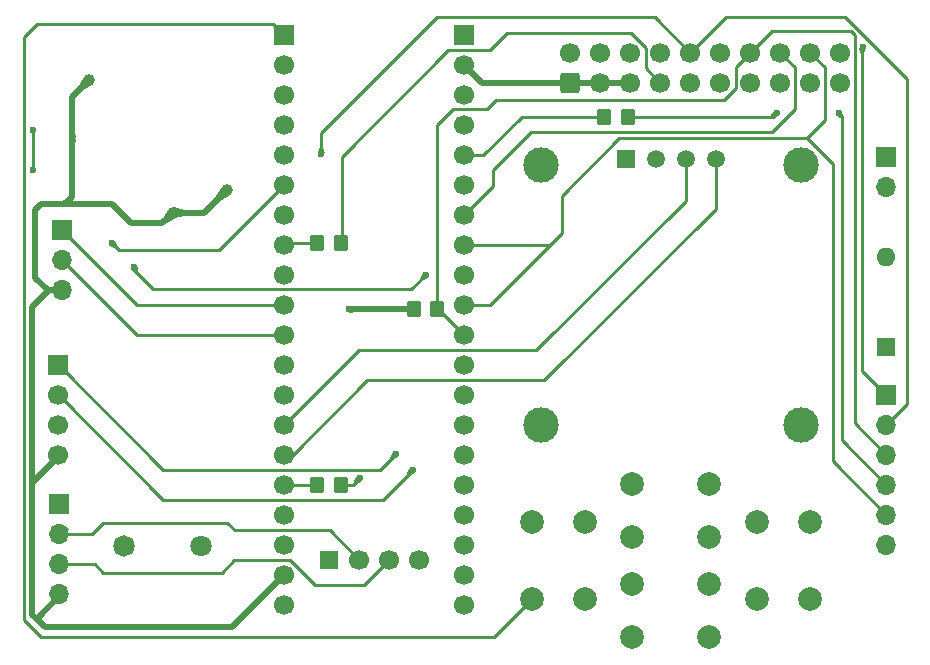
<source format=gbr>
%TF.GenerationSoftware,KiCad,Pcbnew,9.0.1*%
%TF.CreationDate,2025-06-11T14:36:35+02:00*%
%TF.ProjectId,sdiskII_stm32,73646973-6b49-4495-9f73-746d33322e6b,6*%
%TF.SameCoordinates,Original*%
%TF.FileFunction,Copper,L2,Bot*%
%TF.FilePolarity,Positive*%
%FSLAX46Y46*%
G04 Gerber Fmt 4.6, Leading zero omitted, Abs format (unit mm)*
G04 Created by KiCad (PCBNEW 9.0.1) date 2025-06-11 14:36:35*
%MOMM*%
%LPD*%
G01*
G04 APERTURE LIST*
G04 Aperture macros list*
%AMRoundRect*
0 Rectangle with rounded corners*
0 $1 Rounding radius*
0 $2 $3 $4 $5 $6 $7 $8 $9 X,Y pos of 4 corners*
0 Add a 4 corners polygon primitive as box body*
4,1,4,$2,$3,$4,$5,$6,$7,$8,$9,$2,$3,0*
0 Add four circle primitives for the rounded corners*
1,1,$1+$1,$2,$3*
1,1,$1+$1,$4,$5*
1,1,$1+$1,$6,$7*
1,1,$1+$1,$8,$9*
0 Add four rect primitives between the rounded corners*
20,1,$1+$1,$2,$3,$4,$5,0*
20,1,$1+$1,$4,$5,$6,$7,0*
20,1,$1+$1,$6,$7,$8,$9,0*
20,1,$1+$1,$8,$9,$2,$3,0*%
G04 Aperture macros list end*
%TA.AperFunction,ComponentPad*%
%ADD10RoundRect,0.250000X0.600000X-0.600000X0.600000X0.600000X-0.600000X0.600000X-0.600000X-0.600000X0*%
%TD*%
%TA.AperFunction,ComponentPad*%
%ADD11C,1.700000*%
%TD*%
%TA.AperFunction,ComponentPad*%
%ADD12R,1.600000X1.600000*%
%TD*%
%TA.AperFunction,ComponentPad*%
%ADD13O,1.600000X1.600000*%
%TD*%
%TA.AperFunction,ComponentPad*%
%ADD14R,1.700000X1.700000*%
%TD*%
%TA.AperFunction,ComponentPad*%
%ADD15O,1.700000X1.700000*%
%TD*%
%TA.AperFunction,ComponentPad*%
%ADD16C,2.000000*%
%TD*%
%TA.AperFunction,ComponentPad*%
%ADD17C,1.824000*%
%TD*%
%TA.AperFunction,ComponentPad*%
%ADD18C,1.800000*%
%TD*%
%TA.AperFunction,ComponentPad*%
%ADD19R,1.524000X1.524000*%
%TD*%
%TA.AperFunction,ComponentPad*%
%ADD20R,1.508000X1.508000*%
%TD*%
%TA.AperFunction,ComponentPad*%
%ADD21C,1.508000*%
%TD*%
%TA.AperFunction,ComponentPad*%
%ADD22C,3.000000*%
%TD*%
%TA.AperFunction,SMDPad,CuDef*%
%ADD23RoundRect,0.250000X0.350000X0.450000X-0.350000X0.450000X-0.350000X-0.450000X0.350000X-0.450000X0*%
%TD*%
%TA.AperFunction,ViaPad*%
%ADD24C,0.600000*%
%TD*%
%TA.AperFunction,ViaPad*%
%ADD25C,1.000000*%
%TD*%
%TA.AperFunction,Conductor*%
%ADD26C,0.500000*%
%TD*%
%TA.AperFunction,Conductor*%
%ADD27C,0.250000*%
%TD*%
G04 APERTURE END LIST*
D10*
%TO.P,J2,1,Pin_1*%
%TO.N,GND*%
X178290000Y-92490000D03*
D11*
%TO.P,J2,2,Pin_2*%
%TO.N,STEP0*%
X178290000Y-89950000D03*
%TO.P,J2,3,Pin_3*%
%TO.N,GND*%
X180830000Y-92490000D03*
%TO.P,J2,4,Pin_4*%
%TO.N,STEP1*%
X180830000Y-89950000D03*
%TO.P,J2,5,Pin_5*%
%TO.N,GND*%
X183370000Y-92490000D03*
%TO.P,J2,6,Pin_6*%
%TO.N,STEP2*%
X183370000Y-89950000D03*
%TO.P,J2,7,Pin_7*%
%TO.N,3.5DSK_D*%
X185910000Y-92490000D03*
%TO.P,J2,8,Pin_8*%
%TO.N,STEP3*%
X185910000Y-89950000D03*
%TO.P,J2,9,Pin_9*%
%TO.N,unconnected-(J2-Pin_9-Pad9)*%
X188450000Y-92490000D03*
%TO.P,J2,10,Pin_10*%
%TO.N,WR_REQ*%
X188450000Y-89950000D03*
%TO.P,J2,11,Pin_11*%
%TO.N,VCC*%
X190990000Y-92490000D03*
%TO.P,J2,12,Pin_12*%
%TO.N,SELECT_D*%
X190990000Y-89950000D03*
%TO.P,J2,13,Pin_13*%
%TO.N,unconnected-(J2-Pin_13-Pad13)*%
X193530000Y-92490000D03*
%TO.P,J2,14,Pin_14*%
%TO.N,DEVICE_ENABLE*%
X193530000Y-89950000D03*
%TO.P,J2,15,Pin_15*%
%TO.N,unconnected-(J2-Pin_15-Pad15)*%
X196070000Y-92490000D03*
%TO.P,J2,16,Pin_16*%
%TO.N,RD_DATA*%
X196070000Y-89950000D03*
%TO.P,J2,17,Pin_17*%
%TO.N,unconnected-(J2-Pin_17-Pad17)*%
X198610000Y-92490000D03*
%TO.P,J2,18,Pin_18*%
%TO.N,WR_DATA*%
X198610000Y-89950000D03*
%TO.P,J2,19,Pin_19*%
%TO.N,unconnected-(J2-Pin_19-Pad19)*%
X201150000Y-92490000D03*
%TO.P,J2,20,Pin_20*%
%TO.N,WR_PROTECT_D*%
X201150000Y-89950000D03*
%TD*%
D12*
%TO.P,D1,1,K*%
%TO.N,PWR_IN*%
X205000000Y-114840000D03*
D13*
%TO.P,D1,2,A*%
%TO.N,PWR_RD*%
X205000000Y-107220000D03*
%TD*%
D14*
%TO.P,J5,1,Pin_1*%
%TO.N,TIM2_CH3*%
X134880000Y-116370000D03*
D11*
%TO.P,J5,2,Pin_2*%
%TO.N,TIM3_CH4*%
X134880000Y-118910000D03*
%TO.P,J5,3,Pin_3*%
%TO.N,DEBUG*%
X134880000Y-121450000D03*
%TO.P,J5,4,Pin_4*%
%TO.N,GND*%
X134880000Y-123990000D03*
%TD*%
D14*
%TO.P,J3,1,Pin_1*%
%TO.N,RD_DATA*%
X205030000Y-118910000D03*
D15*
%TO.P,J3,2,Pin_2*%
%TO.N,WR_REQ*%
X205030000Y-121450000D03*
%TO.P,J3,3,Pin_3*%
%TO.N,DEVICE_ENABLE*%
X205030000Y-123990000D03*
%TO.P,J3,4,Pin_4*%
%TO.N,WR_PROTECT_D*%
X205030000Y-126530000D03*
%TO.P,J3,5,Pin_5*%
%TO.N,WR_DATA*%
X205030000Y-129070000D03*
%TO.P,J3,6,Pin_6*%
%TO.N,GND*%
X205030000Y-131610000D03*
%TD*%
D16*
%TO.P,UP1,1,1*%
%TO.N,+3.3V*%
X190040000Y-130950000D03*
X183540000Y-130950000D03*
%TO.P,UP1,2,2*%
%TO.N,BTN_UP*%
X190040000Y-126450000D03*
X183540000Y-126450000D03*
%TD*%
D17*
%TO.P,BZ1,1,+*%
%TO.N,TIM1_CH2N*%
X140500000Y-131750000D03*
D18*
%TO.P,BZ1,2,-*%
%TO.N,GND*%
X147000000Y-131750000D03*
%TD*%
D14*
%TO.P,J4,1,Pin_1*%
%TO.N,USART1_TX*%
X135240000Y-104975000D03*
D15*
%TO.P,J4,2,Pin_2*%
%TO.N,USART1_RX*%
X135240000Y-107515000D03*
%TO.P,J4,3,Pin_3*%
%TO.N,GND*%
X135240000Y-110055000D03*
%TD*%
D14*
%TO.P,\u03BCC1,1,B12*%
%TO.N,BTN_RET*%
X154050000Y-88440000D03*
D11*
%TO.P,\u03BCC1,2,B13*%
%TO.N,SD_EJECT*%
X154050000Y-90980000D03*
%TO.P,\u03BCC1,3,B14*%
%TO.N,TIM1_CH2N*%
X154050000Y-93520000D03*
%TO.P,\u03BCC1,4,B15*%
%TO.N,SDIO_CK*%
X154050000Y-96060000D03*
%TO.P,\u03BCC1,5,A8*%
%TO.N,SDIO_D1*%
X154050000Y-98600000D03*
%TO.P,\u03BCC1,6,A9*%
%TO.N,SDIO_D2*%
X154050000Y-101140000D03*
%TO.P,\u03BCC1,7,A10*%
%TO.N,DEBUG*%
X154050000Y-103680000D03*
%TO.P,\u03BCC1,8,A11*%
%TO.N,3.5DSK*%
X154050000Y-106220000D03*
%TO.P,\u03BCC1,9,A12*%
%TO.N,unconnected-(\u03BCC1-A12-Pad9)*%
X154050000Y-108760000D03*
%TO.P,\u03BCC1,10,A15*%
%TO.N,USART1_TX*%
X154050000Y-111300000D03*
%TO.P,\u03BCC1,11,B3*%
%TO.N,USART1_RX*%
X154050000Y-113840000D03*
%TO.P,\u03BCC1,12,B4*%
%TO.N,SDIO_DO*%
X154050000Y-116380000D03*
%TO.P,\u03BCC1,13,B5*%
%TO.N,SDIO_D3*%
X154050000Y-118920000D03*
%TO.P,\u03BCC1,14,B6*%
%TO.N,I2C_SCL*%
X154050000Y-121460000D03*
%TO.P,\u03BCC1,15,B7*%
%TO.N,I2C_SDA*%
X154050000Y-124000000D03*
%TO.P,\u03BCC1,16,B8*%
%TO.N,SELECT*%
X154050000Y-126540000D03*
%TO.P,\u03BCC1,17,B9*%
%TO.N,WR_REQ*%
X154050000Y-129080000D03*
%TO.P,\u03BCC1,18,5Vi*%
%TO.N,PWR_IN*%
X154050000Y-131620000D03*
%TO.P,\u03BCC1,19,GNDi*%
%TO.N,GND*%
X154050000Y-134160000D03*
%TO.P,\u03BCC1,20,3.3i*%
%TO.N,+3.3V*%
X154050000Y-136700000D03*
%TO.P,\u03BCC1,21,VB*%
%TO.N,unconnected-(\u03BCC1-VB-Pad21)*%
X169290000Y-136700000D03*
%TO.P,\u03BCC1,22,C13*%
%TO.N,BTN_DOWN*%
X169290000Y-134160000D03*
%TO.P,\u03BCC1,23,C14*%
%TO.N,BTN_UP*%
X169290000Y-131620000D03*
%TO.P,\u03BCC1,24,C15*%
%TO.N,BTN_ENTR*%
X169290000Y-129080000D03*
%TO.P,\u03BCC1,25,R*%
%TO.N,unconnected-(\u03BCC1-R-Pad25)*%
X169290000Y-126540000D03*
%TO.P,\u03BCC1,26,A0*%
%TO.N,STEP0*%
X169290000Y-124000000D03*
%TO.P,\u03BCC1,27,A1*%
%TO.N,STEP1*%
X169290000Y-121460000D03*
%TO.P,\u03BCC1,28,A2*%
%TO.N,STEP2*%
X169290000Y-118920000D03*
%TO.P,\u03BCC1,29,A3*%
%TO.N,STEP3*%
X169290000Y-116380000D03*
%TO.P,\u03BCC1,30,A4*%
%TO.N,DEVICE_ENABLE*%
X169290000Y-113840000D03*
%TO.P,\u03BCC1,31,A5*%
%TO.N,WR_DATA*%
X169290000Y-111300000D03*
%TO.P,\u03BCC1,32,A6*%
%TO.N,SDIO_CMD*%
X169290000Y-108760000D03*
%TO.P,\u03BCC1,33,A7*%
%TO.N,WR_DATA*%
X169290000Y-106220000D03*
%TO.P,\u03BCC1,34,B0*%
%TO.N,RD_DATA*%
X169290000Y-103680000D03*
%TO.P,\u03BCC1,35,B1*%
%TO.N,TIM3_CH4*%
X169290000Y-101140000D03*
%TO.P,\u03BCC1,36,B2*%
%TO.N,WR_PROTECT*%
X169290000Y-98600000D03*
%TO.P,\u03BCC1,37,B10*%
%TO.N,TIM2_CH3*%
X169290000Y-96060000D03*
%TO.P,\u03BCC1,38,3.3ii*%
%TO.N,unconnected-(\u03BCC1-3.3ii-Pad38)*%
X169290000Y-93520000D03*
%TO.P,\u03BCC1,39,GNDii*%
%TO.N,GND*%
X169290000Y-90980000D03*
D14*
%TO.P,\u03BCC1,40,5Vii*%
%TO.N,unconnected-(\u03BCC1-5Vii-Pad40)*%
X169290000Y-88440000D03*
D19*
%TO.P,\u03BCC1,41,3.3V*%
%TO.N,+3.3V*%
X157860000Y-132890000D03*
D11*
%TO.P,\u03BCC1,42,SDIO*%
%TO.N,SDIO*%
X160400000Y-132890000D03*
%TO.P,\u03BCC1,43,SCK*%
%TO.N,SCK*%
X162940000Y-132890000D03*
%TO.P,\u03BCC1,44,GND*%
%TO.N,GND*%
X165480000Y-132890000D03*
%TD*%
D14*
%TO.P,J1,1,Pin_1*%
%TO.N,VCC*%
X205000000Y-98810000D03*
D15*
%TO.P,J1,2,Pin_2*%
%TO.N,PWR_RD*%
X205000000Y-101350000D03*
%TD*%
D16*
%TO.P,ENTR1,1,1*%
%TO.N,+3.3V*%
X198540000Y-129700000D03*
X198540000Y-136200000D03*
%TO.P,ENTR1,2,2*%
%TO.N,BTN_ENTR*%
X194040000Y-129700000D03*
X194040000Y-136200000D03*
%TD*%
D14*
%TO.P,J6,1,Pin_1*%
%TO.N,+3.3V*%
X135000000Y-128180000D03*
D15*
%TO.P,J6,2,Pin_2*%
%TO.N,SDIO*%
X135000000Y-130720000D03*
%TO.P,J6,3,Pin_3*%
%TO.N,SCK*%
X135000000Y-133260000D03*
%TO.P,J6,4,Pin_4*%
%TO.N,GND*%
X135000000Y-135800000D03*
%TD*%
D20*
%TO.P,U8,1,GND*%
%TO.N,GND*%
X182980000Y-98950000D03*
D21*
%TO.P,U8,2,VCC_IN*%
%TO.N,+3.3V*%
X185520000Y-98950000D03*
%TO.P,U8,3,SCL*%
%TO.N,I2C_SCL*%
X188060000Y-98950000D03*
%TO.P,U8,4,SDA*%
%TO.N,I2C_SDA*%
X190600000Y-98950000D03*
D22*
%TO.P,U8,S1*%
%TO.N,N/C*%
X175790000Y-99450000D03*
%TO.P,U8,S2*%
X197790000Y-99450000D03*
%TO.P,U8,S3*%
X197790000Y-121450000D03*
%TO.P,U8,S4*%
X175790000Y-121450000D03*
%TD*%
D16*
%TO.P,RET1,1,1*%
%TO.N,+3.3V*%
X179540000Y-129700000D03*
X179540000Y-136200000D03*
%TO.P,RET1,2,2*%
%TO.N,BTN_RET*%
X175040000Y-129700000D03*
X175040000Y-136200000D03*
%TD*%
%TO.P,DOWN1,1,1*%
%TO.N,+3.3V*%
X183540000Y-134950000D03*
X190040000Y-134950000D03*
%TO.P,DOWN1,2,2*%
%TO.N,BTN_DOWN*%
X183540000Y-139450000D03*
X190040000Y-139450000D03*
%TD*%
D23*
%TO.P,R5,1*%
%TO.N,DEVICE_ENABLE*%
X167000000Y-111690000D03*
%TO.P,R5,2*%
%TO.N,PWR_IN*%
X165000000Y-111690000D03*
%TD*%
%TO.P,R3,1*%
%TO.N,SELECT_D*%
X158850000Y-126550000D03*
%TO.P,R3,2*%
%TO.N,SELECT*%
X156850000Y-126550000D03*
%TD*%
%TO.P,R1,1*%
%TO.N,WR_PROTECT_D*%
X183160000Y-95360000D03*
%TO.P,R1,2*%
%TO.N,WR_PROTECT*%
X181160000Y-95360000D03*
%TD*%
%TO.P,R2,1*%
%TO.N,3.5DSK_D*%
X158840000Y-106070000D03*
%TO.P,R2,2*%
%TO.N,3.5DSK*%
X156840000Y-106070000D03*
%TD*%
D24*
%TO.N,GND*%
X136090000Y-97200000D03*
D25*
X144640000Y-103500000D03*
X137540000Y-92250000D03*
X149170000Y-101600000D03*
D24*
%TO.N,WR_REQ*%
X157190000Y-98500000D03*
%TO.N,RD_DATA*%
X203050000Y-89500000D03*
%TO.N,PWR_IN*%
X159510000Y-111690000D03*
%TO.N,SDIO_CMD*%
X141340000Y-108100000D03*
X166040000Y-108760000D03*
%TO.N,SDIO_D2*%
X139490000Y-106050000D03*
%TO.N,DEBUG*%
X132750000Y-99900000D03*
X132750000Y-96500000D03*
%TO.N,TIM3_CH4*%
X164940000Y-125250000D03*
%TO.N,TIM2_CH3*%
X163490000Y-123900000D03*
%TO.N,SELECT_D*%
X160500000Y-125925000D03*
%TO.N,WR_PROTECT_D*%
X201000000Y-95025000D03*
X195750000Y-95025000D03*
%TD*%
D26*
%TO.N,GND*%
X144640000Y-103500000D02*
X147270000Y-103500000D01*
X132715000Y-111475000D02*
X134135000Y-110055000D01*
X132990000Y-103300000D02*
X132990000Y-109000000D01*
X136090000Y-93700000D02*
X137540000Y-92250000D01*
X178290000Y-92490000D02*
X180830000Y-92490000D01*
X147270000Y-103500000D02*
X149170000Y-101600000D01*
X134045000Y-110055000D02*
X135240000Y-110055000D01*
X170800000Y-92490000D02*
X169290000Y-90980000D01*
X135440000Y-102800000D02*
X133490000Y-102800000D01*
X133090000Y-137900000D02*
X132715000Y-137525000D01*
X136090000Y-97200000D02*
X136090000Y-102150000D01*
X144640000Y-103500000D02*
X143740000Y-104400000D01*
X136090000Y-97200000D02*
X136090000Y-93700000D01*
X154050000Y-134160000D02*
X149610000Y-138600000D01*
X132715000Y-126750000D02*
X132715000Y-111475000D01*
X132990000Y-109000000D02*
X134045000Y-110055000D01*
X178290000Y-92490000D02*
X170800000Y-92490000D01*
X132715000Y-126405000D02*
X132715000Y-126750000D01*
X133090000Y-137900000D02*
X135190000Y-135800000D01*
X180830000Y-92490000D02*
X183370000Y-92490000D01*
X132715000Y-137525000D02*
X132715000Y-126750000D01*
X134135000Y-110055000D02*
X135240000Y-110055000D01*
X133490000Y-102800000D02*
X132990000Y-103300000D01*
X136090000Y-102150000D02*
X135440000Y-102800000D01*
X135000000Y-124120000D02*
X132715000Y-126405000D01*
X149610000Y-138600000D02*
X133790000Y-138600000D01*
X143740000Y-104400000D02*
X141090000Y-104400000D01*
X141090000Y-104400000D02*
X139490000Y-102800000D01*
X133790000Y-138600000D02*
X133090000Y-137900000D01*
X139490000Y-102800000D02*
X135440000Y-102800000D01*
D27*
%TO.N,3.5DSK*%
X156670000Y-106090000D02*
X154180000Y-106090000D01*
X154180000Y-106090000D02*
X154050000Y-106220000D01*
%TO.N,WR_REQ*%
X201547106Y-86950000D02*
X206750000Y-92152894D01*
X188450000Y-89950000D02*
X191450000Y-86950000D01*
X166990000Y-86950000D02*
X185450000Y-86950000D01*
X206750000Y-119730000D02*
X205030000Y-121450000D01*
X185450000Y-86950000D02*
X188450000Y-89950000D01*
X157190000Y-96750000D02*
X166990000Y-86950000D01*
X191450000Y-86950000D02*
X201547106Y-86950000D01*
X206750000Y-92152894D02*
X206750000Y-119730000D01*
X157190000Y-98500000D02*
X157190000Y-96750000D01*
%TO.N,WR_PROTECT*%
X170920000Y-98600000D02*
X169290000Y-98600000D01*
X174150000Y-95360000D02*
X174155000Y-95365000D01*
X174155000Y-95365000D02*
X170920000Y-98600000D01*
X181160000Y-95360000D02*
X174150000Y-95360000D01*
%TO.N,BTN_RET*%
X131990000Y-137950000D02*
X133440000Y-139400000D01*
X171840000Y-139400000D02*
X175040000Y-136200000D01*
X133440000Y-139400000D02*
X171840000Y-139400000D01*
X153110000Y-87500000D02*
X133100000Y-87500000D01*
X133100000Y-87500000D02*
X131990000Y-88610000D01*
X131990000Y-88610000D02*
X131990000Y-137950000D01*
X154050000Y-88440000D02*
X153110000Y-87500000D01*
%TO.N,WR_DATA*%
X199835000Y-91175000D02*
X198610000Y-89950000D01*
X200500000Y-99400000D02*
X200500000Y-124540000D01*
X198300000Y-97200000D02*
X199835000Y-95665000D01*
X176520000Y-106220000D02*
X171440000Y-111300000D01*
X200500000Y-124540000D02*
X205030000Y-129070000D01*
X170040000Y-106200000D02*
X169514000Y-106726000D01*
X171440000Y-111300000D02*
X169290000Y-111300000D01*
X176520000Y-106220000D02*
X177540000Y-105200000D01*
X198300000Y-97200000D02*
X200500000Y-99400000D01*
X177540000Y-102050000D02*
X182390000Y-97200000D01*
X177540000Y-105200000D02*
X177540000Y-102050000D01*
X199835000Y-95665000D02*
X199835000Y-91175000D01*
X182390000Y-97200000D02*
X198300000Y-97200000D01*
X169985592Y-106200000D02*
X169647796Y-105862204D01*
X170040000Y-106200000D02*
X169985592Y-106200000D01*
X176520000Y-106220000D02*
X169290000Y-106220000D01*
%TO.N,RD_DATA*%
X197295000Y-91175000D02*
X197295000Y-94705000D01*
X171740000Y-99850000D02*
X171740000Y-101230000D01*
X174960000Y-96630000D02*
X171740000Y-99850000D01*
X195370000Y-96630000D02*
X174960000Y-96630000D01*
X203000000Y-89550000D02*
X203000000Y-116880000D01*
X203000000Y-116880000D02*
X205030000Y-118910000D01*
X203050000Y-89500000D02*
X203000000Y-89550000D01*
X197295000Y-94705000D02*
X195370000Y-96630000D01*
X168594408Y-103700000D02*
X168932204Y-104037796D01*
X171740000Y-101230000D02*
X169290000Y-103680000D01*
X196070000Y-89950000D02*
X197295000Y-91175000D01*
%TO.N,I2C_SDA*%
X168782588Y-117695000D02*
X168777588Y-117700000D01*
X169802412Y-117700000D02*
X169797412Y-117695000D01*
X168777588Y-117700000D02*
X161090000Y-117700000D01*
X169797412Y-117695000D02*
X168782588Y-117695000D01*
X161090000Y-117700000D02*
X154790000Y-124000000D01*
X176090000Y-117700000D02*
X169802412Y-117700000D01*
X190600000Y-98950000D02*
X190600000Y-103190000D01*
X190600000Y-103190000D02*
X176090000Y-117700000D01*
X154790000Y-124000000D02*
X154050000Y-124000000D01*
%TO.N,USART1_RX*%
X141565000Y-113840000D02*
X154050000Y-113840000D01*
X135240000Y-107515000D02*
X141565000Y-113840000D01*
%TO.N,I2C_SCL*%
X188060000Y-98950000D02*
X188060000Y-102480000D01*
X160360000Y-115150000D02*
X154050000Y-121460000D01*
X188060000Y-102480000D02*
X175390000Y-115150000D01*
X175390000Y-115150000D02*
X160360000Y-115150000D01*
%TO.N,USART1_TX*%
X141565000Y-111300000D02*
X154050000Y-111300000D01*
X135240000Y-104975000D02*
X141565000Y-111300000D01*
D26*
%TO.N,PWR_IN*%
X159510000Y-111690000D02*
X165000000Y-111690000D01*
D27*
%TO.N,SDIO_CMD*%
X164815000Y-109985000D02*
X166040000Y-108760000D01*
X142975000Y-109985000D02*
X164815000Y-109985000D01*
X141340000Y-108100000D02*
X141340000Y-108350000D01*
X141340000Y-108350000D02*
X142975000Y-109985000D01*
%TO.N,SDIO_D2*%
X154000000Y-101140000D02*
X154050000Y-101140000D01*
X148490000Y-106650000D02*
X154000000Y-101140000D01*
X140090000Y-106650000D02*
X148490000Y-106650000D01*
X139490000Y-106050000D02*
X140090000Y-106650000D01*
%TO.N,DEBUG*%
X132750000Y-99900000D02*
X132750000Y-96500000D01*
%TO.N,TIM3_CH4*%
X164940000Y-125250000D02*
X162390000Y-127800000D01*
X143830000Y-127800000D02*
X135240000Y-119210000D01*
X162390000Y-127800000D02*
X143830000Y-127800000D01*
%TO.N,SELECT*%
X156850000Y-126550000D02*
X154060000Y-126550000D01*
X154060000Y-126550000D02*
X154050000Y-126540000D01*
%TO.N,DEVICE_ENABLE*%
X202040000Y-88150000D02*
X202375000Y-88485000D01*
X202375000Y-88485000D02*
X202375000Y-121335000D01*
X191290000Y-93950000D02*
X172000000Y-93950000D01*
X193530000Y-89950000D02*
X195330000Y-88150000D01*
X171200000Y-94750000D02*
X168340000Y-94750000D01*
X192290000Y-92950000D02*
X191290000Y-93950000D01*
X168340000Y-94750000D02*
X167020000Y-96070000D01*
X192290000Y-91190000D02*
X192290000Y-92950000D01*
X167020000Y-111570000D02*
X169290000Y-113840000D01*
X172000000Y-93950000D02*
X171200000Y-94750000D01*
X167020000Y-96070000D02*
X167020000Y-111570000D01*
X202375000Y-121335000D02*
X205030000Y-123990000D01*
X195330000Y-88150000D02*
X202040000Y-88150000D01*
X193530000Y-89950000D02*
X192290000Y-91190000D01*
%TO.N,TIM2_CH3*%
X162140000Y-125250000D02*
X143820000Y-125250000D01*
X163490000Y-123900000D02*
X162140000Y-125250000D01*
X143820000Y-125250000D02*
X135240000Y-116670000D01*
%TO.N,SCK*%
X156622412Y-135000000D02*
X154557412Y-132935000D01*
X135515000Y-132935000D02*
X135190000Y-133260000D01*
X148750000Y-134000000D02*
X138750000Y-134000000D01*
X138010000Y-133260000D02*
X135240000Y-133260000D01*
X162940000Y-132890000D02*
X160830000Y-135000000D01*
X149815000Y-132935000D02*
X148750000Y-134000000D01*
X160830000Y-135000000D02*
X156622412Y-135000000D01*
X154557412Y-132935000D02*
X149815000Y-132935000D01*
X138750000Y-134000000D02*
X138010000Y-133260000D01*
%TO.N,SDIO*%
X137780000Y-130720000D02*
X135240000Y-130720000D01*
X149250000Y-129750000D02*
X138750000Y-129750000D01*
X149895000Y-130395000D02*
X149250000Y-129750000D01*
X138750000Y-129750000D02*
X137780000Y-130720000D01*
X160400000Y-132890000D02*
X157905000Y-130395000D01*
X135655000Y-130305000D02*
X135240000Y-130720000D01*
X157905000Y-130395000D02*
X149895000Y-130395000D01*
X135605000Y-130305000D02*
X135190000Y-130720000D01*
%TO.N,SELECT_D*%
X159875000Y-126550000D02*
X158850000Y-126550000D01*
X160500000Y-125925000D02*
X159875000Y-126550000D01*
%TO.N,3.5DSK_D*%
X172900000Y-88300000D02*
X171446000Y-89754000D01*
X184685000Y-91265000D02*
X184685000Y-89532588D01*
X184685000Y-89532588D02*
X183452412Y-88300000D01*
X183452412Y-88300000D02*
X172900000Y-88300000D01*
X185910000Y-92490000D02*
X184685000Y-91265000D01*
X158950000Y-98750000D02*
X158950000Y-105810000D01*
X158950000Y-105810000D02*
X158670000Y-106090000D01*
X167946000Y-89754000D02*
X158950000Y-98750000D01*
X171446000Y-89754000D02*
X167946000Y-89754000D01*
%TO.N,WR_PROTECT_D*%
X201250000Y-122750000D02*
X205030000Y-126530000D01*
X195415000Y-95360000D02*
X195750000Y-95025000D01*
X201000000Y-95025000D02*
X201250000Y-95275000D01*
X201250000Y-95275000D02*
X201250000Y-122750000D01*
X183160000Y-95360000D02*
X195415000Y-95360000D01*
%TD*%
%TA.AperFunction,Conductor*%
%TO.N,GND*%
G36*
X148764014Y-101328730D02*
G01*
X148764657Y-101329129D01*
X149168749Y-101597990D01*
X149172009Y-101601250D01*
X149440870Y-102005342D01*
X149442600Y-102014128D01*
X149437610Y-102021564D01*
X149436967Y-102021963D01*
X148654234Y-102472616D01*
X148645354Y-102473774D01*
X148640123Y-102470749D01*
X148299250Y-102129876D01*
X148295823Y-102121603D01*
X148297382Y-102115768D01*
X148748038Y-101333030D01*
X148755134Y-101327572D01*
X148764014Y-101328730D01*
G37*
%TD.AperFunction*%
%TD*%
%TA.AperFunction,Conductor*%
%TO.N,TIM3_CH4*%
G36*
X164700333Y-125089892D02*
G01*
X164701400Y-125090521D01*
X164927419Y-125240477D01*
X164938734Y-125247984D01*
X164942015Y-125251265D01*
X165099475Y-125488595D01*
X165101194Y-125497383D01*
X165096194Y-125504812D01*
X165095123Y-125505444D01*
X164615808Y-125754621D01*
X164606887Y-125755397D01*
X164602138Y-125752513D01*
X164437486Y-125587861D01*
X164434059Y-125579588D01*
X164435377Y-125574194D01*
X164684557Y-125094874D01*
X164691412Y-125089116D01*
X164700333Y-125089892D01*
G37*
%TD.AperFunction*%
%TD*%
%TA.AperFunction,Conductor*%
%TO.N,GND*%
G36*
X144234014Y-103228730D02*
G01*
X144234657Y-103229129D01*
X144638749Y-103497990D01*
X144642009Y-103501250D01*
X144910870Y-103905342D01*
X144912600Y-103914128D01*
X144907610Y-103921564D01*
X144906967Y-103921963D01*
X144124234Y-104372616D01*
X144115354Y-104373774D01*
X144110123Y-104370749D01*
X143769250Y-104029876D01*
X143765823Y-104021603D01*
X143767382Y-104015768D01*
X144218038Y-103233030D01*
X144225134Y-103227572D01*
X144234014Y-103228730D01*
G37*
%TD.AperFunction*%
%TD*%
%TA.AperFunction,Conductor*%
%TO.N,TIM2_CH3*%
G36*
X163250333Y-123739892D02*
G01*
X163251400Y-123740521D01*
X163477419Y-123890477D01*
X163488734Y-123897984D01*
X163492015Y-123901265D01*
X163649475Y-124138595D01*
X163651194Y-124147383D01*
X163646194Y-124154812D01*
X163645123Y-124155444D01*
X163165808Y-124404621D01*
X163156887Y-124405397D01*
X163152138Y-124402513D01*
X162987486Y-124237861D01*
X162984059Y-124229588D01*
X162985377Y-124224194D01*
X163234557Y-123744874D01*
X163241412Y-123739116D01*
X163250333Y-123739892D01*
G37*
%TD.AperFunction*%
%TD*%
%TA.AperFunction,Conductor*%
%TO.N,SDIO_D2*%
G36*
X139744812Y-105893805D02*
G01*
X139745444Y-105894876D01*
X139994621Y-106374191D01*
X139995397Y-106383112D01*
X139992513Y-106387861D01*
X139827861Y-106552513D01*
X139819588Y-106555940D01*
X139814191Y-106554621D01*
X139334876Y-106305444D01*
X139329116Y-106298587D01*
X139329892Y-106289666D01*
X139330516Y-106288607D01*
X139487985Y-106051263D01*
X139491263Y-106047985D01*
X139728596Y-105890523D01*
X139737383Y-105888805D01*
X139744812Y-105893805D01*
G37*
%TD.AperFunction*%
%TD*%
%TA.AperFunction,Conductor*%
%TO.N,WR_PROTECT_D*%
G36*
X195510315Y-94864874D02*
G01*
X195511182Y-94865399D01*
X195746935Y-95022295D01*
X195751924Y-95029731D01*
X195751936Y-95029790D01*
X195806534Y-95309043D01*
X195804758Y-95317820D01*
X195798642Y-95322423D01*
X195309817Y-95480068D01*
X195300891Y-95479346D01*
X195295091Y-95472524D01*
X195294526Y-95468933D01*
X195294526Y-95237991D01*
X195295961Y-95232376D01*
X195494435Y-94869523D01*
X195501412Y-94863911D01*
X195510315Y-94864874D01*
G37*
%TD.AperFunction*%
%TD*%
%TA.AperFunction,Conductor*%
%TO.N,GND*%
G36*
X136337500Y-96609191D02*
G01*
X136340887Y-96616501D01*
X136383379Y-97131104D01*
X136380645Y-97139631D01*
X136374039Y-97143535D01*
X136092320Y-97200530D01*
X136087680Y-97200530D01*
X135805960Y-97143535D01*
X135798531Y-97138535D01*
X135796620Y-97131104D01*
X135839113Y-96616501D01*
X135843209Y-96608538D01*
X135850773Y-96605764D01*
X136329227Y-96605764D01*
X136337500Y-96609191D01*
G37*
%TD.AperFunction*%
%TD*%
%TA.AperFunction,Conductor*%
%TO.N,SDIO_CMD*%
G36*
X141630475Y-108045702D02*
G01*
X141635429Y-108053161D01*
X141635583Y-108054178D01*
X141684166Y-108512423D01*
X141681630Y-108521012D01*
X141680804Y-108521930D01*
X141516357Y-108686377D01*
X141508084Y-108689804D01*
X141499811Y-108686377D01*
X141499707Y-108686272D01*
X141100352Y-108276714D01*
X141097030Y-108268398D01*
X141100561Y-108260169D01*
X141102192Y-108258842D01*
X141337334Y-108100611D01*
X141341612Y-108098838D01*
X141621697Y-108043931D01*
X141630475Y-108045702D01*
G37*
%TD.AperFunction*%
%TD*%
%TA.AperFunction,Conductor*%
%TO.N,GND*%
G36*
X144749592Y-103012850D02*
G01*
X145621736Y-103247669D01*
X145628833Y-103253128D01*
X145630393Y-103258966D01*
X145630393Y-103741033D01*
X145626966Y-103749306D01*
X145621735Y-103752331D01*
X144749598Y-103987147D01*
X144740718Y-103985989D01*
X144735258Y-103978891D01*
X144735088Y-103978170D01*
X144639463Y-103502304D01*
X144639463Y-103497695D01*
X144688609Y-103253128D01*
X144735086Y-103021843D01*
X144740075Y-103014409D01*
X144748861Y-103012679D01*
X144749592Y-103012850D01*
G37*
%TD.AperFunction*%
%TD*%
%TA.AperFunction,Conductor*%
%TO.N,SDIO_CMD*%
G36*
X165800333Y-108599892D02*
G01*
X165801400Y-108600521D01*
X166027419Y-108750477D01*
X166038734Y-108757984D01*
X166042015Y-108761265D01*
X166199475Y-108998595D01*
X166201194Y-109007383D01*
X166196194Y-109014812D01*
X166195123Y-109015444D01*
X165715808Y-109264621D01*
X165706887Y-109265397D01*
X165702138Y-109262513D01*
X165537486Y-109097861D01*
X165534059Y-109089588D01*
X165535377Y-109084194D01*
X165784557Y-108604874D01*
X165791412Y-108599116D01*
X165800333Y-108599892D01*
G37*
%TD.AperFunction*%
%TD*%
%TA.AperFunction,Conductor*%
%TO.N,GND*%
G36*
X136374039Y-97256464D02*
G01*
X136381468Y-97261464D01*
X136383379Y-97268895D01*
X136340887Y-97783499D01*
X136336791Y-97791462D01*
X136329227Y-97794236D01*
X135850773Y-97794236D01*
X135842500Y-97790809D01*
X135839113Y-97783499D01*
X135796620Y-97268895D01*
X135799354Y-97260368D01*
X135805959Y-97256464D01*
X136087682Y-97199469D01*
X136092318Y-97199469D01*
X136374039Y-97256464D01*
G37*
%TD.AperFunction*%
%TD*%
%TA.AperFunction,Conductor*%
%TO.N,GND*%
G36*
X137134014Y-91978730D02*
G01*
X137134657Y-91979129D01*
X137538749Y-92247990D01*
X137542009Y-92251250D01*
X137810870Y-92655342D01*
X137812600Y-92664128D01*
X137807610Y-92671564D01*
X137806967Y-92671963D01*
X137024234Y-93122616D01*
X137015354Y-93123774D01*
X137010123Y-93120749D01*
X136669250Y-92779876D01*
X136665823Y-92771603D01*
X136667382Y-92765768D01*
X137118038Y-91983030D01*
X137125134Y-91977572D01*
X137134014Y-91978730D01*
G37*
%TD.AperFunction*%
%TD*%
%TA.AperFunction,Conductor*%
%TO.N,RD_DATA*%
G36*
X203330370Y-89555721D02*
G01*
X203337798Y-89560721D01*
X203339517Y-89569509D01*
X203338877Y-89571620D01*
X203127975Y-90086967D01*
X203121670Y-90093326D01*
X203117147Y-90094236D01*
X202884383Y-90094236D01*
X202876110Y-90090809D01*
X202872962Y-90085078D01*
X202758678Y-89571620D01*
X202758355Y-89570169D01*
X202759903Y-89561351D01*
X202767234Y-89556208D01*
X202767393Y-89556174D01*
X203047682Y-89499469D01*
X203052318Y-89499469D01*
X203330370Y-89555721D01*
G37*
%TD.AperFunction*%
%TD*%
%TA.AperFunction,Conductor*%
%TO.N,WR_REQ*%
G36*
X157314699Y-97909191D02*
G01*
X157317583Y-97913940D01*
X157480315Y-98429062D01*
X157479539Y-98437983D01*
X157472682Y-98443743D01*
X157471478Y-98444054D01*
X157192320Y-98500530D01*
X157187680Y-98500530D01*
X156954553Y-98453366D01*
X156908520Y-98444053D01*
X156901092Y-98439054D01*
X156899373Y-98430266D01*
X156899680Y-98429075D01*
X157062417Y-97913939D01*
X157068177Y-97907083D01*
X157073574Y-97905764D01*
X157306426Y-97905764D01*
X157314699Y-97909191D01*
G37*
%TD.AperFunction*%
%TD*%
%TA.AperFunction,Conductor*%
%TO.N,PWR_IN*%
G36*
X160093499Y-111439113D02*
G01*
X160101462Y-111443209D01*
X160104236Y-111450773D01*
X160104236Y-111929226D01*
X160100809Y-111937499D01*
X160093499Y-111940886D01*
X159578895Y-111983379D01*
X159570368Y-111980645D01*
X159566464Y-111974039D01*
X159509469Y-111692320D01*
X159509469Y-111687680D01*
X159559578Y-111440000D01*
X159566464Y-111405959D01*
X159571464Y-111398531D01*
X159578894Y-111396620D01*
X160093499Y-111439113D01*
G37*
%TD.AperFunction*%
%TD*%
%TA.AperFunction,Conductor*%
%TO.N,WR_PROTECT_D*%
G36*
X201290976Y-94970602D02*
G01*
X201295927Y-94978064D01*
X201296020Y-94978607D01*
X201373029Y-95502280D01*
X201370842Y-95510963D01*
X201363155Y-95515558D01*
X201361453Y-95515682D01*
X201129212Y-95515682D01*
X201121755Y-95512998D01*
X201097272Y-95492748D01*
X200841452Y-95281159D01*
X200837262Y-95273247D01*
X200839169Y-95265665D01*
X200997295Y-95028063D01*
X201004731Y-95023075D01*
X201004727Y-95023075D01*
X201282199Y-94968826D01*
X201290976Y-94970602D01*
G37*
%TD.AperFunction*%
%TD*%
%TA.AperFunction,Conductor*%
%TO.N,SELECT_D*%
G36*
X160260333Y-125764892D02*
G01*
X160261400Y-125765521D01*
X160487419Y-125915477D01*
X160498734Y-125922984D01*
X160502015Y-125926265D01*
X160659475Y-126163595D01*
X160661194Y-126172383D01*
X160656194Y-126179812D01*
X160655123Y-126180444D01*
X160175808Y-126429621D01*
X160166887Y-126430397D01*
X160162138Y-126427513D01*
X159997486Y-126262861D01*
X159994059Y-126254588D01*
X159995377Y-126249194D01*
X160244557Y-125769874D01*
X160251412Y-125764116D01*
X160260333Y-125764892D01*
G37*
%TD.AperFunction*%
%TD*%
M02*

</source>
